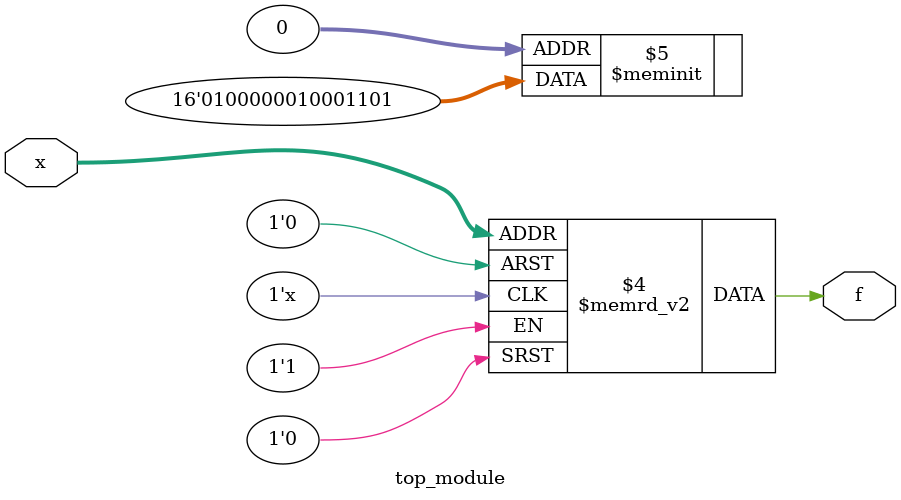
<source format=sv>
module top_module (
	input [4:1] x,
	output logic f
);

always_comb begin
    case (x)
        4'b0000: f = 1;
        4'b0001: f = 0;
        4'b0011: f = 1;
        4'b0010: f = 1;
        4'b0110: f = 0;
        4'b0111: f = 1;
        4'b1111: f = 0;
        4'b1110: f = 1;
        default: f = 0;
    endcase
end

endmodule

</source>
